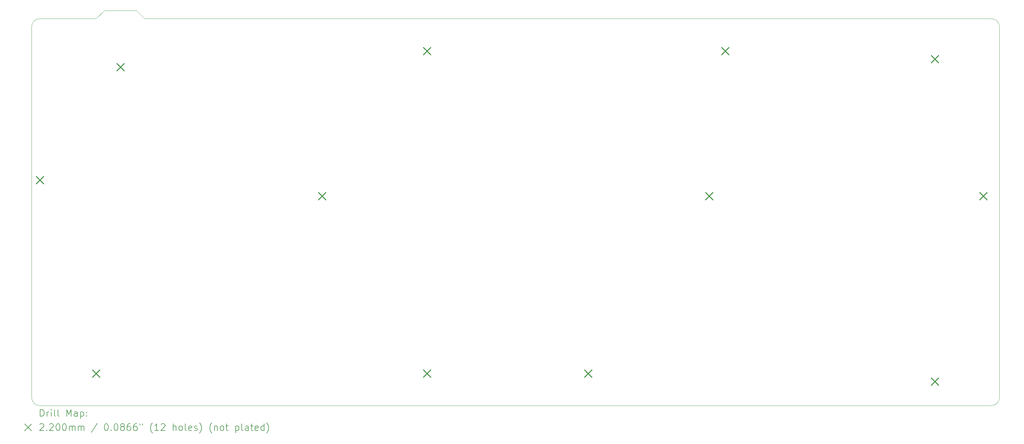
<source format=gbr>
%FSLAX45Y45*%
G04 Gerber Fmt 4.5, Leading zero omitted, Abs format (unit mm)*
G04 Created by KiCad (PCBNEW (6.0.5-0)) date 2022-08-17 23:37:07*
%MOMM*%
%LPD*%
G01*
G04 APERTURE LIST*
%TA.AperFunction,Profile*%
%ADD10C,0.100000*%
%TD*%
%ADD11C,0.200000*%
%ADD12C,0.220000*%
G04 APERTURE END LIST*
D10*
X4048125Y-1905000D02*
X3810000Y-2143125D01*
X30241875Y-13573125D02*
X2143125Y-13573125D01*
X5000625Y-1905000D02*
X5238750Y-2143125D01*
X4048125Y-1905000D02*
X5000625Y-1905000D01*
X30480005Y-2381250D02*
G75*
G03*
X30241875Y-2143125I-238135J-10D01*
G01*
X1905000Y-13335000D02*
X1905000Y-2381250D01*
X5238750Y-2143125D02*
X30241875Y-2143125D01*
X2143125Y-2143125D02*
X3810000Y-2143125D01*
X2143125Y-2143125D02*
G75*
G03*
X1905000Y-2381250I0J-238125D01*
G01*
X1905000Y-13335000D02*
G75*
G03*
X2143125Y-13573125I238125J0D01*
G01*
X30480000Y-2381250D02*
X30480000Y-13335000D01*
X30241875Y-13573120D02*
G75*
G03*
X30480000Y-13335000I-5J238130D01*
G01*
D11*
D12*
X2033125Y-6795625D02*
X2253125Y-7015625D01*
X2253125Y-6795625D02*
X2033125Y-7015625D01*
X3700000Y-12510625D02*
X3920000Y-12730625D01*
X3920000Y-12510625D02*
X3700000Y-12730625D01*
X4414375Y-3461875D02*
X4634375Y-3681875D01*
X4634375Y-3461875D02*
X4414375Y-3681875D01*
X10367500Y-7271875D02*
X10587500Y-7491875D01*
X10587500Y-7271875D02*
X10367500Y-7491875D01*
X13463125Y-2985625D02*
X13683125Y-3205625D01*
X13683125Y-2985625D02*
X13463125Y-3205625D01*
X13463125Y-12510625D02*
X13683125Y-12730625D01*
X13683125Y-12510625D02*
X13463125Y-12730625D01*
X18225625Y-12510625D02*
X18445625Y-12730625D01*
X18445625Y-12510625D02*
X18225625Y-12730625D01*
X21797500Y-7271875D02*
X22017500Y-7491875D01*
X22017500Y-7271875D02*
X21797500Y-7491875D01*
X22273750Y-2985625D02*
X22493750Y-3205625D01*
X22493750Y-2985625D02*
X22273750Y-3205625D01*
X28465000Y-3223750D02*
X28685000Y-3443750D01*
X28685000Y-3223750D02*
X28465000Y-3443750D01*
X28465000Y-12748750D02*
X28685000Y-12968750D01*
X28685000Y-12748750D02*
X28465000Y-12968750D01*
X29893750Y-7271875D02*
X30113750Y-7491875D01*
X30113750Y-7271875D02*
X29893750Y-7491875D01*
D11*
X2157619Y-13888601D02*
X2157619Y-13688601D01*
X2205238Y-13688601D01*
X2233810Y-13698125D01*
X2252857Y-13717173D01*
X2262381Y-13736220D01*
X2271905Y-13774315D01*
X2271905Y-13802887D01*
X2262381Y-13840982D01*
X2252857Y-13860030D01*
X2233810Y-13879077D01*
X2205238Y-13888601D01*
X2157619Y-13888601D01*
X2357619Y-13888601D02*
X2357619Y-13755268D01*
X2357619Y-13793363D02*
X2367143Y-13774315D01*
X2376667Y-13764792D01*
X2395714Y-13755268D01*
X2414762Y-13755268D01*
X2481429Y-13888601D02*
X2481429Y-13755268D01*
X2481429Y-13688601D02*
X2471905Y-13698125D01*
X2481429Y-13707649D01*
X2490952Y-13698125D01*
X2481429Y-13688601D01*
X2481429Y-13707649D01*
X2605238Y-13888601D02*
X2586190Y-13879077D01*
X2576667Y-13860030D01*
X2576667Y-13688601D01*
X2710000Y-13888601D02*
X2690952Y-13879077D01*
X2681429Y-13860030D01*
X2681429Y-13688601D01*
X2938571Y-13888601D02*
X2938571Y-13688601D01*
X3005238Y-13831458D01*
X3071905Y-13688601D01*
X3071905Y-13888601D01*
X3252857Y-13888601D02*
X3252857Y-13783839D01*
X3243333Y-13764792D01*
X3224286Y-13755268D01*
X3186190Y-13755268D01*
X3167143Y-13764792D01*
X3252857Y-13879077D02*
X3233809Y-13888601D01*
X3186190Y-13888601D01*
X3167143Y-13879077D01*
X3157619Y-13860030D01*
X3157619Y-13840982D01*
X3167143Y-13821934D01*
X3186190Y-13812411D01*
X3233809Y-13812411D01*
X3252857Y-13802887D01*
X3348095Y-13755268D02*
X3348095Y-13955268D01*
X3348095Y-13764792D02*
X3367143Y-13755268D01*
X3405238Y-13755268D01*
X3424286Y-13764792D01*
X3433809Y-13774315D01*
X3443333Y-13793363D01*
X3443333Y-13850506D01*
X3433809Y-13869553D01*
X3424286Y-13879077D01*
X3405238Y-13888601D01*
X3367143Y-13888601D01*
X3348095Y-13879077D01*
X3529048Y-13869553D02*
X3538571Y-13879077D01*
X3529048Y-13888601D01*
X3519524Y-13879077D01*
X3529048Y-13869553D01*
X3529048Y-13888601D01*
X3529048Y-13764792D02*
X3538571Y-13774315D01*
X3529048Y-13783839D01*
X3519524Y-13774315D01*
X3529048Y-13764792D01*
X3529048Y-13783839D01*
X1700000Y-14118125D02*
X1900000Y-14318125D01*
X1900000Y-14118125D02*
X1700000Y-14318125D01*
X2148095Y-14127649D02*
X2157619Y-14118125D01*
X2176667Y-14108601D01*
X2224286Y-14108601D01*
X2243333Y-14118125D01*
X2252857Y-14127649D01*
X2262381Y-14146696D01*
X2262381Y-14165744D01*
X2252857Y-14194315D01*
X2138571Y-14308601D01*
X2262381Y-14308601D01*
X2348095Y-14289553D02*
X2357619Y-14299077D01*
X2348095Y-14308601D01*
X2338571Y-14299077D01*
X2348095Y-14289553D01*
X2348095Y-14308601D01*
X2433810Y-14127649D02*
X2443333Y-14118125D01*
X2462381Y-14108601D01*
X2510000Y-14108601D01*
X2529048Y-14118125D01*
X2538571Y-14127649D01*
X2548095Y-14146696D01*
X2548095Y-14165744D01*
X2538571Y-14194315D01*
X2424286Y-14308601D01*
X2548095Y-14308601D01*
X2671905Y-14108601D02*
X2690952Y-14108601D01*
X2710000Y-14118125D01*
X2719524Y-14127649D01*
X2729048Y-14146696D01*
X2738571Y-14184792D01*
X2738571Y-14232411D01*
X2729048Y-14270506D01*
X2719524Y-14289553D01*
X2710000Y-14299077D01*
X2690952Y-14308601D01*
X2671905Y-14308601D01*
X2652857Y-14299077D01*
X2643333Y-14289553D01*
X2633810Y-14270506D01*
X2624286Y-14232411D01*
X2624286Y-14184792D01*
X2633810Y-14146696D01*
X2643333Y-14127649D01*
X2652857Y-14118125D01*
X2671905Y-14108601D01*
X2862381Y-14108601D02*
X2881428Y-14108601D01*
X2900476Y-14118125D01*
X2910000Y-14127649D01*
X2919524Y-14146696D01*
X2929048Y-14184792D01*
X2929048Y-14232411D01*
X2919524Y-14270506D01*
X2910000Y-14289553D01*
X2900476Y-14299077D01*
X2881428Y-14308601D01*
X2862381Y-14308601D01*
X2843333Y-14299077D01*
X2833809Y-14289553D01*
X2824286Y-14270506D01*
X2814762Y-14232411D01*
X2814762Y-14184792D01*
X2824286Y-14146696D01*
X2833809Y-14127649D01*
X2843333Y-14118125D01*
X2862381Y-14108601D01*
X3014762Y-14308601D02*
X3014762Y-14175268D01*
X3014762Y-14194315D02*
X3024286Y-14184792D01*
X3043333Y-14175268D01*
X3071905Y-14175268D01*
X3090952Y-14184792D01*
X3100476Y-14203839D01*
X3100476Y-14308601D01*
X3100476Y-14203839D02*
X3110000Y-14184792D01*
X3129048Y-14175268D01*
X3157619Y-14175268D01*
X3176667Y-14184792D01*
X3186190Y-14203839D01*
X3186190Y-14308601D01*
X3281428Y-14308601D02*
X3281428Y-14175268D01*
X3281428Y-14194315D02*
X3290952Y-14184792D01*
X3310000Y-14175268D01*
X3338571Y-14175268D01*
X3357619Y-14184792D01*
X3367143Y-14203839D01*
X3367143Y-14308601D01*
X3367143Y-14203839D02*
X3376667Y-14184792D01*
X3395714Y-14175268D01*
X3424286Y-14175268D01*
X3443333Y-14184792D01*
X3452857Y-14203839D01*
X3452857Y-14308601D01*
X3843333Y-14099077D02*
X3671905Y-14356220D01*
X4100476Y-14108601D02*
X4119524Y-14108601D01*
X4138571Y-14118125D01*
X4148095Y-14127649D01*
X4157619Y-14146696D01*
X4167143Y-14184792D01*
X4167143Y-14232411D01*
X4157619Y-14270506D01*
X4148095Y-14289553D01*
X4138571Y-14299077D01*
X4119524Y-14308601D01*
X4100476Y-14308601D01*
X4081428Y-14299077D01*
X4071905Y-14289553D01*
X4062381Y-14270506D01*
X4052857Y-14232411D01*
X4052857Y-14184792D01*
X4062381Y-14146696D01*
X4071905Y-14127649D01*
X4081428Y-14118125D01*
X4100476Y-14108601D01*
X4252857Y-14289553D02*
X4262381Y-14299077D01*
X4252857Y-14308601D01*
X4243333Y-14299077D01*
X4252857Y-14289553D01*
X4252857Y-14308601D01*
X4386190Y-14108601D02*
X4405238Y-14108601D01*
X4424286Y-14118125D01*
X4433810Y-14127649D01*
X4443333Y-14146696D01*
X4452857Y-14184792D01*
X4452857Y-14232411D01*
X4443333Y-14270506D01*
X4433810Y-14289553D01*
X4424286Y-14299077D01*
X4405238Y-14308601D01*
X4386190Y-14308601D01*
X4367143Y-14299077D01*
X4357619Y-14289553D01*
X4348095Y-14270506D01*
X4338571Y-14232411D01*
X4338571Y-14184792D01*
X4348095Y-14146696D01*
X4357619Y-14127649D01*
X4367143Y-14118125D01*
X4386190Y-14108601D01*
X4567143Y-14194315D02*
X4548095Y-14184792D01*
X4538571Y-14175268D01*
X4529048Y-14156220D01*
X4529048Y-14146696D01*
X4538571Y-14127649D01*
X4548095Y-14118125D01*
X4567143Y-14108601D01*
X4605238Y-14108601D01*
X4624286Y-14118125D01*
X4633810Y-14127649D01*
X4643333Y-14146696D01*
X4643333Y-14156220D01*
X4633810Y-14175268D01*
X4624286Y-14184792D01*
X4605238Y-14194315D01*
X4567143Y-14194315D01*
X4548095Y-14203839D01*
X4538571Y-14213363D01*
X4529048Y-14232411D01*
X4529048Y-14270506D01*
X4538571Y-14289553D01*
X4548095Y-14299077D01*
X4567143Y-14308601D01*
X4605238Y-14308601D01*
X4624286Y-14299077D01*
X4633810Y-14289553D01*
X4643333Y-14270506D01*
X4643333Y-14232411D01*
X4633810Y-14213363D01*
X4624286Y-14203839D01*
X4605238Y-14194315D01*
X4814762Y-14108601D02*
X4776667Y-14108601D01*
X4757619Y-14118125D01*
X4748095Y-14127649D01*
X4729048Y-14156220D01*
X4719524Y-14194315D01*
X4719524Y-14270506D01*
X4729048Y-14289553D01*
X4738571Y-14299077D01*
X4757619Y-14308601D01*
X4795714Y-14308601D01*
X4814762Y-14299077D01*
X4824286Y-14289553D01*
X4833810Y-14270506D01*
X4833810Y-14222887D01*
X4824286Y-14203839D01*
X4814762Y-14194315D01*
X4795714Y-14184792D01*
X4757619Y-14184792D01*
X4738571Y-14194315D01*
X4729048Y-14203839D01*
X4719524Y-14222887D01*
X5005238Y-14108601D02*
X4967143Y-14108601D01*
X4948095Y-14118125D01*
X4938571Y-14127649D01*
X4919524Y-14156220D01*
X4910000Y-14194315D01*
X4910000Y-14270506D01*
X4919524Y-14289553D01*
X4929048Y-14299077D01*
X4948095Y-14308601D01*
X4986190Y-14308601D01*
X5005238Y-14299077D01*
X5014762Y-14289553D01*
X5024286Y-14270506D01*
X5024286Y-14222887D01*
X5014762Y-14203839D01*
X5005238Y-14194315D01*
X4986190Y-14184792D01*
X4948095Y-14184792D01*
X4929048Y-14194315D01*
X4919524Y-14203839D01*
X4910000Y-14222887D01*
X5100476Y-14108601D02*
X5100476Y-14146696D01*
X5176667Y-14108601D02*
X5176667Y-14146696D01*
X5471905Y-14384792D02*
X5462381Y-14375268D01*
X5443333Y-14346696D01*
X5433810Y-14327649D01*
X5424286Y-14299077D01*
X5414762Y-14251458D01*
X5414762Y-14213363D01*
X5424286Y-14165744D01*
X5433810Y-14137173D01*
X5443333Y-14118125D01*
X5462381Y-14089553D01*
X5471905Y-14080030D01*
X5652857Y-14308601D02*
X5538571Y-14308601D01*
X5595714Y-14308601D02*
X5595714Y-14108601D01*
X5576667Y-14137173D01*
X5557619Y-14156220D01*
X5538571Y-14165744D01*
X5729048Y-14127649D02*
X5738571Y-14118125D01*
X5757619Y-14108601D01*
X5805238Y-14108601D01*
X5824286Y-14118125D01*
X5833809Y-14127649D01*
X5843333Y-14146696D01*
X5843333Y-14165744D01*
X5833809Y-14194315D01*
X5719524Y-14308601D01*
X5843333Y-14308601D01*
X6081428Y-14308601D02*
X6081428Y-14108601D01*
X6167143Y-14308601D02*
X6167143Y-14203839D01*
X6157619Y-14184792D01*
X6138571Y-14175268D01*
X6110000Y-14175268D01*
X6090952Y-14184792D01*
X6081428Y-14194315D01*
X6290952Y-14308601D02*
X6271905Y-14299077D01*
X6262381Y-14289553D01*
X6252857Y-14270506D01*
X6252857Y-14213363D01*
X6262381Y-14194315D01*
X6271905Y-14184792D01*
X6290952Y-14175268D01*
X6319524Y-14175268D01*
X6338571Y-14184792D01*
X6348095Y-14194315D01*
X6357619Y-14213363D01*
X6357619Y-14270506D01*
X6348095Y-14289553D01*
X6338571Y-14299077D01*
X6319524Y-14308601D01*
X6290952Y-14308601D01*
X6471905Y-14308601D02*
X6452857Y-14299077D01*
X6443333Y-14280030D01*
X6443333Y-14108601D01*
X6624286Y-14299077D02*
X6605238Y-14308601D01*
X6567143Y-14308601D01*
X6548095Y-14299077D01*
X6538571Y-14280030D01*
X6538571Y-14203839D01*
X6548095Y-14184792D01*
X6567143Y-14175268D01*
X6605238Y-14175268D01*
X6624286Y-14184792D01*
X6633809Y-14203839D01*
X6633809Y-14222887D01*
X6538571Y-14241934D01*
X6710000Y-14299077D02*
X6729048Y-14308601D01*
X6767143Y-14308601D01*
X6786190Y-14299077D01*
X6795714Y-14280030D01*
X6795714Y-14270506D01*
X6786190Y-14251458D01*
X6767143Y-14241934D01*
X6738571Y-14241934D01*
X6719524Y-14232411D01*
X6710000Y-14213363D01*
X6710000Y-14203839D01*
X6719524Y-14184792D01*
X6738571Y-14175268D01*
X6767143Y-14175268D01*
X6786190Y-14184792D01*
X6862381Y-14384792D02*
X6871905Y-14375268D01*
X6890952Y-14346696D01*
X6900476Y-14327649D01*
X6910000Y-14299077D01*
X6919524Y-14251458D01*
X6919524Y-14213363D01*
X6910000Y-14165744D01*
X6900476Y-14137173D01*
X6890952Y-14118125D01*
X6871905Y-14089553D01*
X6862381Y-14080030D01*
X7224286Y-14384792D02*
X7214762Y-14375268D01*
X7195714Y-14346696D01*
X7186190Y-14327649D01*
X7176667Y-14299077D01*
X7167143Y-14251458D01*
X7167143Y-14213363D01*
X7176667Y-14165744D01*
X7186190Y-14137173D01*
X7195714Y-14118125D01*
X7214762Y-14089553D01*
X7224286Y-14080030D01*
X7300476Y-14175268D02*
X7300476Y-14308601D01*
X7300476Y-14194315D02*
X7310000Y-14184792D01*
X7329048Y-14175268D01*
X7357619Y-14175268D01*
X7376667Y-14184792D01*
X7386190Y-14203839D01*
X7386190Y-14308601D01*
X7510000Y-14308601D02*
X7490952Y-14299077D01*
X7481428Y-14289553D01*
X7471905Y-14270506D01*
X7471905Y-14213363D01*
X7481428Y-14194315D01*
X7490952Y-14184792D01*
X7510000Y-14175268D01*
X7538571Y-14175268D01*
X7557619Y-14184792D01*
X7567143Y-14194315D01*
X7576667Y-14213363D01*
X7576667Y-14270506D01*
X7567143Y-14289553D01*
X7557619Y-14299077D01*
X7538571Y-14308601D01*
X7510000Y-14308601D01*
X7633809Y-14175268D02*
X7710000Y-14175268D01*
X7662381Y-14108601D02*
X7662381Y-14280030D01*
X7671905Y-14299077D01*
X7690952Y-14308601D01*
X7710000Y-14308601D01*
X7929048Y-14175268D02*
X7929048Y-14375268D01*
X7929048Y-14184792D02*
X7948095Y-14175268D01*
X7986190Y-14175268D01*
X8005238Y-14184792D01*
X8014762Y-14194315D01*
X8024286Y-14213363D01*
X8024286Y-14270506D01*
X8014762Y-14289553D01*
X8005238Y-14299077D01*
X7986190Y-14308601D01*
X7948095Y-14308601D01*
X7929048Y-14299077D01*
X8138571Y-14308601D02*
X8119524Y-14299077D01*
X8110000Y-14280030D01*
X8110000Y-14108601D01*
X8300476Y-14308601D02*
X8300476Y-14203839D01*
X8290952Y-14184792D01*
X8271905Y-14175268D01*
X8233809Y-14175268D01*
X8214762Y-14184792D01*
X8300476Y-14299077D02*
X8281428Y-14308601D01*
X8233809Y-14308601D01*
X8214762Y-14299077D01*
X8205238Y-14280030D01*
X8205238Y-14260982D01*
X8214762Y-14241934D01*
X8233809Y-14232411D01*
X8281428Y-14232411D01*
X8300476Y-14222887D01*
X8367143Y-14175268D02*
X8443333Y-14175268D01*
X8395714Y-14108601D02*
X8395714Y-14280030D01*
X8405238Y-14299077D01*
X8424286Y-14308601D01*
X8443333Y-14308601D01*
X8586190Y-14299077D02*
X8567143Y-14308601D01*
X8529048Y-14308601D01*
X8510000Y-14299077D01*
X8500476Y-14280030D01*
X8500476Y-14203839D01*
X8510000Y-14184792D01*
X8529048Y-14175268D01*
X8567143Y-14175268D01*
X8586190Y-14184792D01*
X8595714Y-14203839D01*
X8595714Y-14222887D01*
X8500476Y-14241934D01*
X8767143Y-14308601D02*
X8767143Y-14108601D01*
X8767143Y-14299077D02*
X8748095Y-14308601D01*
X8710000Y-14308601D01*
X8690952Y-14299077D01*
X8681429Y-14289553D01*
X8671905Y-14270506D01*
X8671905Y-14213363D01*
X8681429Y-14194315D01*
X8690952Y-14184792D01*
X8710000Y-14175268D01*
X8748095Y-14175268D01*
X8767143Y-14184792D01*
X8843333Y-14384792D02*
X8852857Y-14375268D01*
X8871905Y-14346696D01*
X8881429Y-14327649D01*
X8890952Y-14299077D01*
X8900476Y-14251458D01*
X8900476Y-14213363D01*
X8890952Y-14165744D01*
X8881429Y-14137173D01*
X8871905Y-14118125D01*
X8852857Y-14089553D01*
X8843333Y-14080030D01*
M02*

</source>
